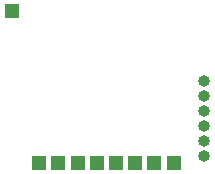
<source format=gbr>
%TF.GenerationSoftware,KiCad,Pcbnew,7.0.2-6a45011f42~172~ubuntu22.04.1*%
%TF.CreationDate,2023-06-03T20:54:13+08:00*%
%TF.ProjectId,fly2040_min,666c7932-3034-4305-9f6d-696e2e6b6963,rev?*%
%TF.SameCoordinates,PX45b6ae0PY2f1c8c0*%
%TF.FileFunction,Soldermask,Bot*%
%TF.FilePolarity,Negative*%
%FSLAX46Y46*%
G04 Gerber Fmt 4.6, Leading zero omitted, Abs format (unit mm)*
G04 Created by KiCad (PCBNEW 7.0.2-6a45011f42~172~ubuntu22.04.1) date 2023-06-03 20:54:13*
%MOMM*%
%LPD*%
G01*
G04 APERTURE LIST*
%ADD10R,1.200000X1.200000*%
%ADD11O,1.000000X1.000000*%
G04 APERTURE END LIST*
D10*
%TO.C,J7*%
X3687500Y-14150000D03*
%TD*%
D11*
%TO.C,J8*%
X17644248Y-7218121D03*
X17644248Y-8488121D03*
X17644248Y-9758121D03*
X17644248Y-11028121D03*
X17644248Y-12298121D03*
X17644248Y-13568121D03*
%TD*%
D10*
%TO.C,J1*%
X1410000Y-1320000D03*
%TD*%
%TO.C,J4*%
X11825000Y-14150000D03*
%TD*%
%TO.C,J2*%
X8570000Y-14150000D03*
%TD*%
%TO.C,J6*%
X5320000Y-14150000D03*
%TD*%
%TO.C,J5*%
X13452500Y-14150000D03*
%TD*%
%TO.C,J9*%
X6942500Y-14150000D03*
%TD*%
%TO.C,J3*%
X10197500Y-14150000D03*
%TD*%
%TO.C,J10*%
X15080000Y-14150000D03*
%TD*%
M02*

</source>
